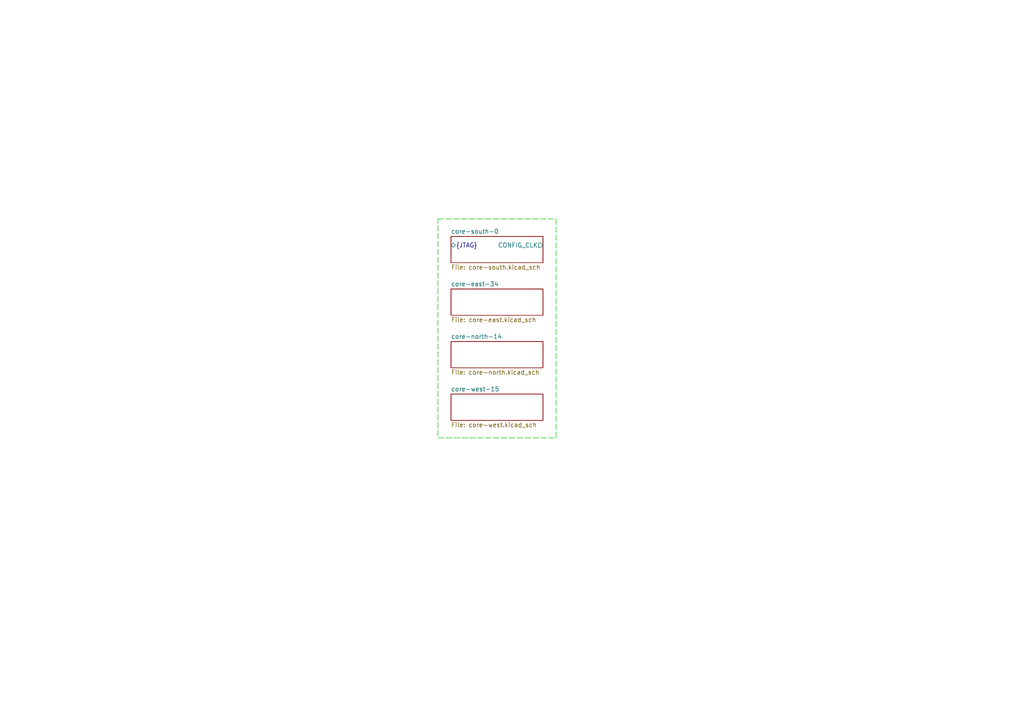
<source format=kicad_sch>
(kicad_sch
	(version 20250114)
	(generator "eeschema")
	(generator_version "9.0")
	(uuid "15e0a42f-48e0-4a5d-9b6b-7d249ffc02ad")
	(paper "A4")
	(title_block
		(title "nuku.carrier.template.bare")
		(date "2025-06-09")
		(rev "0")
		(company "Samuel López Asunción")
		(comment 1 "@supersmau")
	)
	(lib_symbols)
	(bus_alias "JTAG"
		(members "JTAG_TMS" "JTAG_TCK" "JTAG_TDI" "JTAG_TDO")
	)
	(rectangle
		(start 127 63.5)
		(end 161.29 127)
		(stroke
			(width 0)
			(type dash)
			(color 0 194 0 1)
		)
		(fill
			(type none)
		)
		(uuid 58ad5a85-abf7-44fc-88b2-a745afe0a8a4)
	)
	(sheet
		(at 130.81 99.06)
		(size 26.67 7.62)
		(exclude_from_sim no)
		(in_bom yes)
		(on_board yes)
		(dnp no)
		(fields_autoplaced yes)
		(stroke
			(width 0.1524)
			(type solid)
		)
		(fill
			(color 0 0 0 0.0000)
		)
		(uuid "1507897b-6bf0-4cd8-8ffb-af51fcc8b5a0")
		(property "Sheetname" "core-north-14"
			(at 130.81 98.3484 0)
			(effects
				(font
					(size 1.27 1.27)
				)
				(justify left bottom)
			)
		)
		(property "Sheetfile" "core-north.kicad_sch"
			(at 130.81 107.2646 0)
			(effects
				(font
					(size 1.27 1.27)
				)
				(justify left top)
			)
		)
		(instances
			(project "nuku-carrier-template-bare"
				(path "/15e0a42f-48e0-4a5d-9b6b-7d249ffc02ad"
					(page "4")
				)
			)
		)
	)
	(sheet
		(at 130.81 83.82)
		(size 26.67 7.62)
		(exclude_from_sim no)
		(in_bom yes)
		(on_board yes)
		(dnp no)
		(fields_autoplaced yes)
		(stroke
			(width 0.1524)
			(type solid)
		)
		(fill
			(color 0 0 0 0.0000)
		)
		(uuid "a6d2c372-f8eb-4b45-9928-87d1b28a3847")
		(property "Sheetname" "core-east-34"
			(at 130.81 83.1084 0)
			(effects
				(font
					(size 1.27 1.27)
				)
				(justify left bottom)
			)
		)
		(property "Sheetfile" "core-east.kicad_sch"
			(at 130.81 92.0246 0)
			(effects
				(font
					(size 1.27 1.27)
				)
				(justify left top)
			)
		)
		(instances
			(project "nuku-carrier-template-bare"
				(path "/15e0a42f-48e0-4a5d-9b6b-7d249ffc02ad"
					(page "3")
				)
			)
		)
	)
	(sheet
		(at 130.81 68.58)
		(size 26.67 7.62)
		(exclude_from_sim no)
		(in_bom yes)
		(on_board yes)
		(dnp no)
		(fields_autoplaced yes)
		(stroke
			(width 0.1524)
			(type solid)
		)
		(fill
			(color 0 0 0 0.0000)
		)
		(uuid "ef4b559c-b874-49e1-888b-254edf65eaa4")
		(property "Sheetname" "core-south-0"
			(at 130.81 67.8684 0)
			(effects
				(font
					(size 1.27 1.27)
				)
				(justify left bottom)
			)
		)
		(property "Sheetfile" "core-south.kicad_sch"
			(at 130.81 76.7846 0)
			(effects
				(font
					(size 1.27 1.27)
				)
				(justify left top)
			)
		)
		(pin "CONFIG_CLK" output
			(at 157.48 71.12 0)
			(uuid "ac55db0d-a1ea-4213-a2f6-e66b6f5a2b9a")
			(effects
				(font
					(size 1.27 1.27)
				)
				(justify right)
			)
		)
		(pin "{JTAG}" bidirectional
			(at 130.81 71.12 180)
			(uuid "8136664d-f79a-488d-b782-4b70e96a34b5")
			(effects
				(font
					(size 1.27 1.27)
				)
				(justify left)
			)
		)
		(instances
			(project "nuku-carrier-template-bare"
				(path "/15e0a42f-48e0-4a5d-9b6b-7d249ffc02ad"
					(page "2")
				)
			)
		)
	)
	(sheet
		(at 130.81 114.3)
		(size 26.67 7.62)
		(exclude_from_sim no)
		(in_bom yes)
		(on_board yes)
		(dnp no)
		(fields_autoplaced yes)
		(stroke
			(width 0.1524)
			(type solid)
		)
		(fill
			(color 0 0 0 0.0000)
		)
		(uuid "f5fddfe7-b42d-4071-b0c3-78519ce86dea")
		(property "Sheetname" "core-west-15"
			(at 130.81 113.5884 0)
			(effects
				(font
					(size 1.27 1.27)
				)
				(justify left bottom)
			)
		)
		(property "Sheetfile" "core-west.kicad_sch"
			(at 130.81 122.5046 0)
			(effects
				(font
					(size 1.27 1.27)
				)
				(justify left top)
			)
		)
		(instances
			(project "nuku-carrier-template-bare"
				(path "/15e0a42f-48e0-4a5d-9b6b-7d249ffc02ad"
					(page "5")
				)
			)
		)
	)
	(sheet_instances
		(path "/"
			(page "1")
		)
	)
	(embedded_fonts no)
)

</source>
